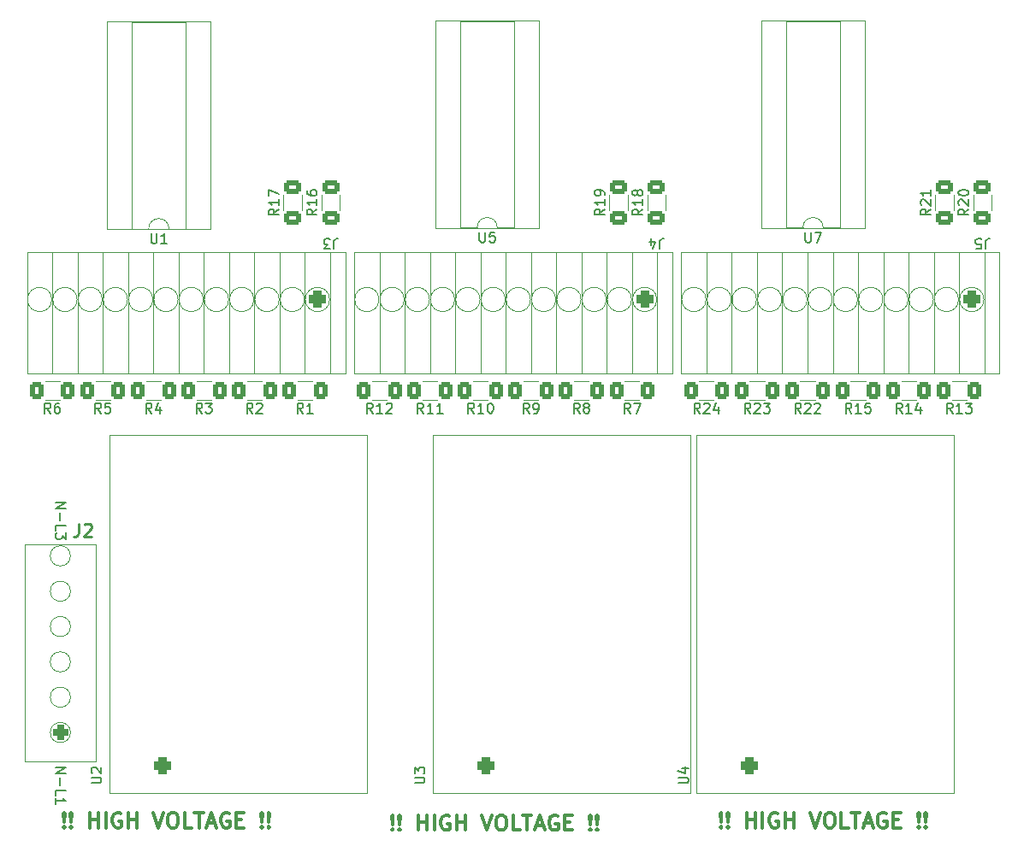
<source format=gto>
G04 #@! TF.GenerationSoftware,KiCad,Pcbnew,(6.0.8)*
G04 #@! TF.CreationDate,2022-10-16T23:30:33+02:00*
G04 #@! TF.ProjectId,RPiWattMeterHatv3,52506957-6174-4744-9d65-746572486174,rev?*
G04 #@! TF.SameCoordinates,Original*
G04 #@! TF.FileFunction,Legend,Top*
G04 #@! TF.FilePolarity,Positive*
%FSLAX45Y45*%
G04 Gerber Fmt 4.5, Leading zero omitted, Abs format (unit mm)*
G04 Created by KiCad (PCBNEW (6.0.8)) date 2022-10-16 23:30:33*
%MOMM*%
%LPD*%
G01*
G04 APERTURE LIST*
G04 Aperture macros list*
%AMRoundRect*
0 Rectangle with rounded corners*
0 $1 Rounding radius*
0 $2 $3 $4 $5 $6 $7 $8 $9 X,Y pos of 4 corners*
0 Add a 4 corners polygon primitive as box body*
4,1,4,$2,$3,$4,$5,$6,$7,$8,$9,$2,$3,0*
0 Add four circle primitives for the rounded corners*
1,1,$1+$1,$2,$3*
1,1,$1+$1,$4,$5*
1,1,$1+$1,$6,$7*
1,1,$1+$1,$8,$9*
0 Add four rect primitives between the rounded corners*
20,1,$1+$1,$2,$3,$4,$5,0*
20,1,$1+$1,$4,$5,$6,$7,0*
20,1,$1+$1,$6,$7,$8,$9,0*
20,1,$1+$1,$8,$9,$2,$3,0*%
G04 Aperture macros list end*
%ADD10C,0.150000*%
%ADD11C,0.300000*%
%ADD12C,0.254000*%
%ADD13C,0.120000*%
%ADD14C,0.100000*%
%ADD15R,1.600000X1.600000*%
%ADD16O,1.600000X1.600000*%
%ADD17C,1.750000*%
%ADD18RoundRect,0.437500X0.437500X-0.437500X0.437500X0.437500X-0.437500X0.437500X-0.437500X-0.437500X0*%
%ADD19RoundRect,0.250000X0.625000X-0.400000X0.625000X0.400000X-0.625000X0.400000X-0.625000X-0.400000X0*%
%ADD20RoundRect,0.250000X0.400000X0.625000X-0.400000X0.625000X-0.400000X-0.625000X0.400000X-0.625000X0*%
%ADD21RoundRect,0.437500X0.437500X0.437500X-0.437500X0.437500X-0.437500X-0.437500X0.437500X-0.437500X0*%
%ADD22C,2.000000*%
%ADD23C,2.700000*%
%ADD24C,1.500000*%
%ADD25RoundRect,0.375000X0.375000X-0.375000X0.375000X0.375000X-0.375000X0.375000X-0.375000X-0.375000X0*%
%ADD26O,1.700000X1.700000*%
%ADD27R,1.700000X1.700000*%
G04 APERTURE END LIST*
D10*
X6941762Y-12673428D02*
X7041762Y-12673428D01*
X6941762Y-12730571D01*
X7041762Y-12730571D01*
X6979857Y-12778190D02*
X6979857Y-12854381D01*
X6941762Y-12949619D02*
X6941762Y-12902000D01*
X7041762Y-12902000D01*
X6941762Y-13035333D02*
X6941762Y-12978190D01*
X6941762Y-13006762D02*
X7041762Y-13006762D01*
X7027476Y-12997238D01*
X7017952Y-12987714D01*
X7013190Y-12978190D01*
X6941762Y-10048429D02*
X7041762Y-10048429D01*
X6941762Y-10105571D01*
X7041762Y-10105571D01*
X6979857Y-10153190D02*
X6979857Y-10229381D01*
X6941762Y-10324619D02*
X6941762Y-10277000D01*
X7041762Y-10277000D01*
X7041762Y-10348429D02*
X7041762Y-10410333D01*
X7003667Y-10377000D01*
X7003667Y-10391286D01*
X6998905Y-10400810D01*
X6994143Y-10405571D01*
X6984619Y-10410333D01*
X6960809Y-10410333D01*
X6951286Y-10405571D01*
X6946524Y-10400810D01*
X6941762Y-10391286D01*
X6941762Y-10362714D01*
X6946524Y-10353190D01*
X6951286Y-10348429D01*
D11*
X13522714Y-13255571D02*
X13529857Y-13262714D01*
X13522714Y-13269857D01*
X13515571Y-13262714D01*
X13522714Y-13255571D01*
X13522714Y-13269857D01*
X13522714Y-13212714D02*
X13515571Y-13127000D01*
X13522714Y-13119857D01*
X13529857Y-13127000D01*
X13522714Y-13212714D01*
X13522714Y-13119857D01*
X13594143Y-13255571D02*
X13601286Y-13262714D01*
X13594143Y-13269857D01*
X13587000Y-13262714D01*
X13594143Y-13255571D01*
X13594143Y-13269857D01*
X13594143Y-13212714D02*
X13587000Y-13127000D01*
X13594143Y-13119857D01*
X13601286Y-13127000D01*
X13594143Y-13212714D01*
X13594143Y-13119857D01*
X13779857Y-13269857D02*
X13779857Y-13119857D01*
X13779857Y-13191286D02*
X13865571Y-13191286D01*
X13865571Y-13269857D02*
X13865571Y-13119857D01*
X13937000Y-13269857D02*
X13937000Y-13119857D01*
X14087000Y-13127000D02*
X14072714Y-13119857D01*
X14051286Y-13119857D01*
X14029857Y-13127000D01*
X14015571Y-13141286D01*
X14008428Y-13155571D01*
X14001286Y-13184143D01*
X14001286Y-13205571D01*
X14008428Y-13234143D01*
X14015571Y-13248428D01*
X14029857Y-13262714D01*
X14051286Y-13269857D01*
X14065571Y-13269857D01*
X14087000Y-13262714D01*
X14094143Y-13255571D01*
X14094143Y-13205571D01*
X14065571Y-13205571D01*
X14158428Y-13269857D02*
X14158428Y-13119857D01*
X14158428Y-13191286D02*
X14244143Y-13191286D01*
X14244143Y-13269857D02*
X14244143Y-13119857D01*
X14408428Y-13119857D02*
X14458428Y-13269857D01*
X14508428Y-13119857D01*
X14587000Y-13119857D02*
X14615571Y-13119857D01*
X14629857Y-13127000D01*
X14644143Y-13141286D01*
X14651286Y-13169857D01*
X14651286Y-13219857D01*
X14644143Y-13248428D01*
X14629857Y-13262714D01*
X14615571Y-13269857D01*
X14587000Y-13269857D01*
X14572714Y-13262714D01*
X14558428Y-13248428D01*
X14551286Y-13219857D01*
X14551286Y-13169857D01*
X14558428Y-13141286D01*
X14572714Y-13127000D01*
X14587000Y-13119857D01*
X14787000Y-13269857D02*
X14715571Y-13269857D01*
X14715571Y-13119857D01*
X14815571Y-13119857D02*
X14901286Y-13119857D01*
X14858428Y-13269857D02*
X14858428Y-13119857D01*
X14944143Y-13227000D02*
X15015571Y-13227000D01*
X14929857Y-13269857D02*
X14979857Y-13119857D01*
X15029857Y-13269857D01*
X15158428Y-13127000D02*
X15144143Y-13119857D01*
X15122714Y-13119857D01*
X15101286Y-13127000D01*
X15087000Y-13141286D01*
X15079857Y-13155571D01*
X15072714Y-13184143D01*
X15072714Y-13205571D01*
X15079857Y-13234143D01*
X15087000Y-13248428D01*
X15101286Y-13262714D01*
X15122714Y-13269857D01*
X15137000Y-13269857D01*
X15158428Y-13262714D01*
X15165571Y-13255571D01*
X15165571Y-13205571D01*
X15137000Y-13205571D01*
X15229857Y-13191286D02*
X15279857Y-13191286D01*
X15301286Y-13269857D02*
X15229857Y-13269857D01*
X15229857Y-13119857D01*
X15301286Y-13119857D01*
X15479857Y-13255571D02*
X15487000Y-13262714D01*
X15479857Y-13269857D01*
X15472714Y-13262714D01*
X15479857Y-13255571D01*
X15479857Y-13269857D01*
X15479857Y-13212714D02*
X15472714Y-13127000D01*
X15479857Y-13119857D01*
X15487000Y-13127000D01*
X15479857Y-13212714D01*
X15479857Y-13119857D01*
X15551286Y-13255571D02*
X15558428Y-13262714D01*
X15551286Y-13269857D01*
X15544143Y-13262714D01*
X15551286Y-13255571D01*
X15551286Y-13269857D01*
X15551286Y-13212714D02*
X15544143Y-13127000D01*
X15551286Y-13119857D01*
X15558428Y-13127000D01*
X15551286Y-13212714D01*
X15551286Y-13119857D01*
X10272714Y-13280571D02*
X10279857Y-13287714D01*
X10272714Y-13294857D01*
X10265571Y-13287714D01*
X10272714Y-13280571D01*
X10272714Y-13294857D01*
X10272714Y-13237714D02*
X10265571Y-13152000D01*
X10272714Y-13144857D01*
X10279857Y-13152000D01*
X10272714Y-13237714D01*
X10272714Y-13144857D01*
X10344143Y-13280571D02*
X10351286Y-13287714D01*
X10344143Y-13294857D01*
X10337000Y-13287714D01*
X10344143Y-13280571D01*
X10344143Y-13294857D01*
X10344143Y-13237714D02*
X10337000Y-13152000D01*
X10344143Y-13144857D01*
X10351286Y-13152000D01*
X10344143Y-13237714D01*
X10344143Y-13144857D01*
X10529857Y-13294857D02*
X10529857Y-13144857D01*
X10529857Y-13216286D02*
X10615571Y-13216286D01*
X10615571Y-13294857D02*
X10615571Y-13144857D01*
X10687000Y-13294857D02*
X10687000Y-13144857D01*
X10837000Y-13152000D02*
X10822714Y-13144857D01*
X10801286Y-13144857D01*
X10779857Y-13152000D01*
X10765571Y-13166286D01*
X10758429Y-13180571D01*
X10751286Y-13209143D01*
X10751286Y-13230571D01*
X10758429Y-13259143D01*
X10765571Y-13273428D01*
X10779857Y-13287714D01*
X10801286Y-13294857D01*
X10815571Y-13294857D01*
X10837000Y-13287714D01*
X10844143Y-13280571D01*
X10844143Y-13230571D01*
X10815571Y-13230571D01*
X10908429Y-13294857D02*
X10908429Y-13144857D01*
X10908429Y-13216286D02*
X10994143Y-13216286D01*
X10994143Y-13294857D02*
X10994143Y-13144857D01*
X11158429Y-13144857D02*
X11208428Y-13294857D01*
X11258428Y-13144857D01*
X11337000Y-13144857D02*
X11365571Y-13144857D01*
X11379857Y-13152000D01*
X11394143Y-13166286D01*
X11401286Y-13194857D01*
X11401286Y-13244857D01*
X11394143Y-13273428D01*
X11379857Y-13287714D01*
X11365571Y-13294857D01*
X11337000Y-13294857D01*
X11322714Y-13287714D01*
X11308428Y-13273428D01*
X11301286Y-13244857D01*
X11301286Y-13194857D01*
X11308428Y-13166286D01*
X11322714Y-13152000D01*
X11337000Y-13144857D01*
X11537000Y-13294857D02*
X11465571Y-13294857D01*
X11465571Y-13144857D01*
X11565571Y-13144857D02*
X11651286Y-13144857D01*
X11608428Y-13294857D02*
X11608428Y-13144857D01*
X11694143Y-13252000D02*
X11765571Y-13252000D01*
X11679857Y-13294857D02*
X11729857Y-13144857D01*
X11779857Y-13294857D01*
X11908428Y-13152000D02*
X11894143Y-13144857D01*
X11872714Y-13144857D01*
X11851286Y-13152000D01*
X11837000Y-13166286D01*
X11829857Y-13180571D01*
X11822714Y-13209143D01*
X11822714Y-13230571D01*
X11829857Y-13259143D01*
X11837000Y-13273428D01*
X11851286Y-13287714D01*
X11872714Y-13294857D01*
X11887000Y-13294857D01*
X11908428Y-13287714D01*
X11915571Y-13280571D01*
X11915571Y-13230571D01*
X11887000Y-13230571D01*
X11979857Y-13216286D02*
X12029857Y-13216286D01*
X12051286Y-13294857D02*
X11979857Y-13294857D01*
X11979857Y-13144857D01*
X12051286Y-13144857D01*
X12229857Y-13280571D02*
X12237000Y-13287714D01*
X12229857Y-13294857D01*
X12222714Y-13287714D01*
X12229857Y-13280571D01*
X12229857Y-13294857D01*
X12229857Y-13237714D02*
X12222714Y-13152000D01*
X12229857Y-13144857D01*
X12237000Y-13152000D01*
X12229857Y-13237714D01*
X12229857Y-13144857D01*
X12301286Y-13280571D02*
X12308428Y-13287714D01*
X12301286Y-13294857D01*
X12294143Y-13287714D01*
X12301286Y-13280571D01*
X12301286Y-13294857D01*
X12301286Y-13237714D02*
X12294143Y-13152000D01*
X12301286Y-13144857D01*
X12308428Y-13152000D01*
X12301286Y-13237714D01*
X12301286Y-13144857D01*
X7022714Y-13255571D02*
X7029857Y-13262714D01*
X7022714Y-13269857D01*
X7015571Y-13262714D01*
X7022714Y-13255571D01*
X7022714Y-13269857D01*
X7022714Y-13212714D02*
X7015571Y-13127000D01*
X7022714Y-13119857D01*
X7029857Y-13127000D01*
X7022714Y-13212714D01*
X7022714Y-13119857D01*
X7094143Y-13255571D02*
X7101286Y-13262714D01*
X7094143Y-13269857D01*
X7087000Y-13262714D01*
X7094143Y-13255571D01*
X7094143Y-13269857D01*
X7094143Y-13212714D02*
X7087000Y-13127000D01*
X7094143Y-13119857D01*
X7101286Y-13127000D01*
X7094143Y-13212714D01*
X7094143Y-13119857D01*
X7279857Y-13269857D02*
X7279857Y-13119857D01*
X7279857Y-13191286D02*
X7365571Y-13191286D01*
X7365571Y-13269857D02*
X7365571Y-13119857D01*
X7437000Y-13269857D02*
X7437000Y-13119857D01*
X7587000Y-13127000D02*
X7572714Y-13119857D01*
X7551286Y-13119857D01*
X7529857Y-13127000D01*
X7515571Y-13141286D01*
X7508428Y-13155571D01*
X7501286Y-13184143D01*
X7501286Y-13205571D01*
X7508428Y-13234143D01*
X7515571Y-13248428D01*
X7529857Y-13262714D01*
X7551286Y-13269857D01*
X7565571Y-13269857D01*
X7587000Y-13262714D01*
X7594143Y-13255571D01*
X7594143Y-13205571D01*
X7565571Y-13205571D01*
X7658428Y-13269857D02*
X7658428Y-13119857D01*
X7658428Y-13191286D02*
X7744143Y-13191286D01*
X7744143Y-13269857D02*
X7744143Y-13119857D01*
X7908428Y-13119857D02*
X7958428Y-13269857D01*
X8008428Y-13119857D01*
X8087000Y-13119857D02*
X8115571Y-13119857D01*
X8129857Y-13127000D01*
X8144143Y-13141286D01*
X8151286Y-13169857D01*
X8151286Y-13219857D01*
X8144143Y-13248428D01*
X8129857Y-13262714D01*
X8115571Y-13269857D01*
X8087000Y-13269857D01*
X8072714Y-13262714D01*
X8058428Y-13248428D01*
X8051286Y-13219857D01*
X8051286Y-13169857D01*
X8058428Y-13141286D01*
X8072714Y-13127000D01*
X8087000Y-13119857D01*
X8287000Y-13269857D02*
X8215571Y-13269857D01*
X8215571Y-13119857D01*
X8315571Y-13119857D02*
X8401286Y-13119857D01*
X8358428Y-13269857D02*
X8358428Y-13119857D01*
X8444143Y-13227000D02*
X8515571Y-13227000D01*
X8429857Y-13269857D02*
X8479857Y-13119857D01*
X8529857Y-13269857D01*
X8658429Y-13127000D02*
X8644143Y-13119857D01*
X8622714Y-13119857D01*
X8601286Y-13127000D01*
X8587000Y-13141286D01*
X8579857Y-13155571D01*
X8572714Y-13184143D01*
X8572714Y-13205571D01*
X8579857Y-13234143D01*
X8587000Y-13248428D01*
X8601286Y-13262714D01*
X8622714Y-13269857D01*
X8637000Y-13269857D01*
X8658429Y-13262714D01*
X8665571Y-13255571D01*
X8665571Y-13205571D01*
X8637000Y-13205571D01*
X8729857Y-13191286D02*
X8779857Y-13191286D01*
X8801286Y-13269857D02*
X8729857Y-13269857D01*
X8729857Y-13119857D01*
X8801286Y-13119857D01*
X8979857Y-13255571D02*
X8987000Y-13262714D01*
X8979857Y-13269857D01*
X8972714Y-13262714D01*
X8979857Y-13255571D01*
X8979857Y-13269857D01*
X8979857Y-13212714D02*
X8972714Y-13127000D01*
X8979857Y-13119857D01*
X8987000Y-13127000D01*
X8979857Y-13212714D01*
X8979857Y-13119857D01*
X9051286Y-13255571D02*
X9058429Y-13262714D01*
X9051286Y-13269857D01*
X9044143Y-13262714D01*
X9051286Y-13255571D01*
X9051286Y-13269857D01*
X9051286Y-13212714D02*
X9044143Y-13127000D01*
X9051286Y-13119857D01*
X9058429Y-13127000D01*
X9051286Y-13212714D01*
X9051286Y-13119857D01*
D10*
X11134810Y-7370238D02*
X11134810Y-7451190D01*
X11139571Y-7460714D01*
X11144333Y-7465476D01*
X11153857Y-7470238D01*
X11172905Y-7470238D01*
X11182429Y-7465476D01*
X11187190Y-7460714D01*
X11191952Y-7451190D01*
X11191952Y-7370238D01*
X11287190Y-7370238D02*
X11239571Y-7370238D01*
X11234809Y-7417857D01*
X11239571Y-7413095D01*
X11249095Y-7408333D01*
X11272905Y-7408333D01*
X11282428Y-7413095D01*
X11287190Y-7417857D01*
X11291952Y-7427381D01*
X11291952Y-7451190D01*
X11287190Y-7460714D01*
X11282428Y-7465476D01*
X11272905Y-7470238D01*
X11249095Y-7470238D01*
X11239571Y-7465476D01*
X11234809Y-7460714D01*
X10492238Y-12828190D02*
X10573190Y-12828190D01*
X10582714Y-12823428D01*
X10587476Y-12818667D01*
X10592238Y-12809143D01*
X10592238Y-12790095D01*
X10587476Y-12780571D01*
X10582714Y-12775809D01*
X10573190Y-12771048D01*
X10492238Y-12771048D01*
X10492238Y-12732952D02*
X10492238Y-12671048D01*
X10530333Y-12704381D01*
X10530333Y-12690095D01*
X10535095Y-12680571D01*
X10539857Y-12675809D01*
X10549381Y-12671048D01*
X10573190Y-12671048D01*
X10582714Y-12675809D01*
X10587476Y-12680571D01*
X10592238Y-12690095D01*
X10592238Y-12718667D01*
X10587476Y-12728190D01*
X10582714Y-12732952D01*
X12375238Y-7141286D02*
X12327619Y-7174619D01*
X12375238Y-7198428D02*
X12275238Y-7198428D01*
X12275238Y-7160333D01*
X12280000Y-7150809D01*
X12284762Y-7146048D01*
X12294286Y-7141286D01*
X12308571Y-7141286D01*
X12318095Y-7146048D01*
X12322857Y-7150809D01*
X12327619Y-7160333D01*
X12327619Y-7198428D01*
X12375238Y-7046048D02*
X12375238Y-7103190D01*
X12375238Y-7074619D02*
X12275238Y-7074619D01*
X12289524Y-7084143D01*
X12299048Y-7093667D01*
X12303809Y-7103190D01*
X12375238Y-6998428D02*
X12375238Y-6979381D01*
X12370476Y-6969857D01*
X12365714Y-6965095D01*
X12351428Y-6955571D01*
X12332381Y-6950809D01*
X12294286Y-6950809D01*
X12284762Y-6955571D01*
X12280000Y-6960333D01*
X12275238Y-6969857D01*
X12275238Y-6988905D01*
X12280000Y-6998428D01*
X12284762Y-7003190D01*
X12294286Y-7007952D01*
X12318095Y-7007952D01*
X12327619Y-7003190D01*
X12332381Y-6998428D01*
X12337143Y-6988905D01*
X12337143Y-6969857D01*
X12332381Y-6960333D01*
X12327619Y-6955571D01*
X12318095Y-6950809D01*
X12750238Y-7141286D02*
X12702619Y-7174619D01*
X12750238Y-7198428D02*
X12650238Y-7198428D01*
X12650238Y-7160333D01*
X12655000Y-7150809D01*
X12659762Y-7146048D01*
X12669286Y-7141286D01*
X12683571Y-7141286D01*
X12693095Y-7146048D01*
X12697857Y-7150809D01*
X12702619Y-7160333D01*
X12702619Y-7198428D01*
X12750238Y-7046048D02*
X12750238Y-7103190D01*
X12750238Y-7074619D02*
X12650238Y-7074619D01*
X12664524Y-7084143D01*
X12674048Y-7093667D01*
X12678809Y-7103190D01*
X12693095Y-6988905D02*
X12688333Y-6998428D01*
X12683571Y-7003190D01*
X12674048Y-7007952D01*
X12669286Y-7007952D01*
X12659762Y-7003190D01*
X12655000Y-6998428D01*
X12650238Y-6988905D01*
X12650238Y-6969857D01*
X12655000Y-6960333D01*
X12659762Y-6955571D01*
X12669286Y-6950809D01*
X12674048Y-6950809D01*
X12683571Y-6955571D01*
X12688333Y-6960333D01*
X12693095Y-6969857D01*
X12693095Y-6988905D01*
X12697857Y-6998428D01*
X12702619Y-7003190D01*
X12712143Y-7007952D01*
X12731190Y-7007952D01*
X12740714Y-7003190D01*
X12745476Y-6998428D01*
X12750238Y-6988905D01*
X12750238Y-6969857D01*
X12745476Y-6960333D01*
X12740714Y-6955571D01*
X12731190Y-6950809D01*
X12712143Y-6950809D01*
X12702619Y-6955571D01*
X12697857Y-6960333D01*
X12693095Y-6969857D01*
X10080714Y-9164238D02*
X10047381Y-9116619D01*
X10023571Y-9164238D02*
X10023571Y-9064238D01*
X10061667Y-9064238D01*
X10071190Y-9069000D01*
X10075952Y-9073762D01*
X10080714Y-9083286D01*
X10080714Y-9097571D01*
X10075952Y-9107095D01*
X10071190Y-9111857D01*
X10061667Y-9116619D01*
X10023571Y-9116619D01*
X10175952Y-9164238D02*
X10118810Y-9164238D01*
X10147381Y-9164238D02*
X10147381Y-9064238D01*
X10137857Y-9078524D01*
X10128333Y-9088048D01*
X10118810Y-9092810D01*
X10214048Y-9073762D02*
X10218810Y-9069000D01*
X10228333Y-9064238D01*
X10252143Y-9064238D01*
X10261667Y-9069000D01*
X10266429Y-9073762D01*
X10271190Y-9083286D01*
X10271190Y-9092810D01*
X10266429Y-9107095D01*
X10209286Y-9164238D01*
X10271190Y-9164238D01*
X10580714Y-9164238D02*
X10547381Y-9116619D01*
X10523571Y-9164238D02*
X10523571Y-9064238D01*
X10561667Y-9064238D01*
X10571190Y-9069000D01*
X10575952Y-9073762D01*
X10580714Y-9083286D01*
X10580714Y-9097571D01*
X10575952Y-9107095D01*
X10571190Y-9111857D01*
X10561667Y-9116619D01*
X10523571Y-9116619D01*
X10675952Y-9164238D02*
X10618810Y-9164238D01*
X10647381Y-9164238D02*
X10647381Y-9064238D01*
X10637857Y-9078524D01*
X10628333Y-9088048D01*
X10618810Y-9092810D01*
X10771190Y-9164238D02*
X10714048Y-9164238D01*
X10742619Y-9164238D02*
X10742619Y-9064238D01*
X10733095Y-9078524D01*
X10723571Y-9088048D01*
X10714048Y-9092810D01*
X11080714Y-9164238D02*
X11047381Y-9116619D01*
X11023571Y-9164238D02*
X11023571Y-9064238D01*
X11061667Y-9064238D01*
X11071190Y-9069000D01*
X11075952Y-9073762D01*
X11080714Y-9083286D01*
X11080714Y-9097571D01*
X11075952Y-9107095D01*
X11071190Y-9111857D01*
X11061667Y-9116619D01*
X11023571Y-9116619D01*
X11175952Y-9164238D02*
X11118810Y-9164238D01*
X11147381Y-9164238D02*
X11147381Y-9064238D01*
X11137857Y-9078524D01*
X11128333Y-9088048D01*
X11118810Y-9092810D01*
X11237857Y-9064238D02*
X11247381Y-9064238D01*
X11256905Y-9069000D01*
X11261667Y-9073762D01*
X11266428Y-9083286D01*
X11271190Y-9102333D01*
X11271190Y-9126143D01*
X11266428Y-9145190D01*
X11261667Y-9154714D01*
X11256905Y-9159476D01*
X11247381Y-9164238D01*
X11237857Y-9164238D01*
X11228333Y-9159476D01*
X11223571Y-9154714D01*
X11218809Y-9145190D01*
X11214048Y-9126143D01*
X11214048Y-9102333D01*
X11218809Y-9083286D01*
X11223571Y-9073762D01*
X11228333Y-9069000D01*
X11237857Y-9064238D01*
X11628333Y-9164238D02*
X11595000Y-9116619D01*
X11571190Y-9164238D02*
X11571190Y-9064238D01*
X11609286Y-9064238D01*
X11618809Y-9069000D01*
X11623571Y-9073762D01*
X11628333Y-9083286D01*
X11628333Y-9097571D01*
X11623571Y-9107095D01*
X11618809Y-9111857D01*
X11609286Y-9116619D01*
X11571190Y-9116619D01*
X11675952Y-9164238D02*
X11695000Y-9164238D01*
X11704524Y-9159476D01*
X11709286Y-9154714D01*
X11718809Y-9140429D01*
X11723571Y-9121381D01*
X11723571Y-9083286D01*
X11718809Y-9073762D01*
X11714048Y-9069000D01*
X11704524Y-9064238D01*
X11685476Y-9064238D01*
X11675952Y-9069000D01*
X11671190Y-9073762D01*
X11666428Y-9083286D01*
X11666428Y-9107095D01*
X11671190Y-9116619D01*
X11675952Y-9121381D01*
X11685476Y-9126143D01*
X11704524Y-9126143D01*
X11714048Y-9121381D01*
X11718809Y-9116619D01*
X11723571Y-9107095D01*
X12128333Y-9164238D02*
X12095000Y-9116619D01*
X12071190Y-9164238D02*
X12071190Y-9064238D01*
X12109286Y-9064238D01*
X12118809Y-9069000D01*
X12123571Y-9073762D01*
X12128333Y-9083286D01*
X12128333Y-9097571D01*
X12123571Y-9107095D01*
X12118809Y-9111857D01*
X12109286Y-9116619D01*
X12071190Y-9116619D01*
X12185476Y-9107095D02*
X12175952Y-9102333D01*
X12171190Y-9097571D01*
X12166428Y-9088048D01*
X12166428Y-9083286D01*
X12171190Y-9073762D01*
X12175952Y-9069000D01*
X12185476Y-9064238D01*
X12204524Y-9064238D01*
X12214048Y-9069000D01*
X12218809Y-9073762D01*
X12223571Y-9083286D01*
X12223571Y-9088048D01*
X12218809Y-9097571D01*
X12214048Y-9102333D01*
X12204524Y-9107095D01*
X12185476Y-9107095D01*
X12175952Y-9111857D01*
X12171190Y-9116619D01*
X12166428Y-9126143D01*
X12166428Y-9145190D01*
X12171190Y-9154714D01*
X12175952Y-9159476D01*
X12185476Y-9164238D01*
X12204524Y-9164238D01*
X12214048Y-9159476D01*
X12218809Y-9154714D01*
X12223571Y-9145190D01*
X12223571Y-9126143D01*
X12218809Y-9116619D01*
X12214048Y-9111857D01*
X12204524Y-9107095D01*
X12628333Y-9164238D02*
X12595000Y-9116619D01*
X12571190Y-9164238D02*
X12571190Y-9064238D01*
X12609286Y-9064238D01*
X12618809Y-9069000D01*
X12623571Y-9073762D01*
X12628333Y-9083286D01*
X12628333Y-9097571D01*
X12623571Y-9107095D01*
X12618809Y-9111857D01*
X12609286Y-9116619D01*
X12571190Y-9116619D01*
X12661667Y-9064238D02*
X12728333Y-9064238D01*
X12685476Y-9164238D01*
X12920333Y-7531762D02*
X12920333Y-7460333D01*
X12925095Y-7446048D01*
X12934619Y-7436524D01*
X12948905Y-7431762D01*
X12958428Y-7431762D01*
X12829857Y-7498428D02*
X12829857Y-7431762D01*
X12853667Y-7536524D02*
X12877476Y-7465095D01*
X12815571Y-7465095D01*
X7884809Y-7380238D02*
X7884809Y-7461190D01*
X7889571Y-7470714D01*
X7894333Y-7475476D01*
X7903857Y-7480238D01*
X7922905Y-7480238D01*
X7932428Y-7475476D01*
X7937190Y-7470714D01*
X7941952Y-7461190D01*
X7941952Y-7380238D01*
X8041952Y-7480238D02*
X7984809Y-7480238D01*
X8013381Y-7480238D02*
X8013381Y-7380238D01*
X8003857Y-7394524D01*
X7994333Y-7404048D01*
X7984809Y-7408809D01*
X9390333Y-9164238D02*
X9357000Y-9116619D01*
X9333190Y-9164238D02*
X9333190Y-9064238D01*
X9371286Y-9064238D01*
X9380810Y-9069000D01*
X9385571Y-9073762D01*
X9390333Y-9083286D01*
X9390333Y-9097571D01*
X9385571Y-9107095D01*
X9380810Y-9111857D01*
X9371286Y-9116619D01*
X9333190Y-9116619D01*
X9485571Y-9164238D02*
X9428429Y-9164238D01*
X9457000Y-9164238D02*
X9457000Y-9064238D01*
X9447476Y-9078524D01*
X9437952Y-9088048D01*
X9428429Y-9092810D01*
X8390333Y-9164238D02*
X8357000Y-9116619D01*
X8333190Y-9164238D02*
X8333190Y-9064238D01*
X8371286Y-9064238D01*
X8380809Y-9069000D01*
X8385571Y-9073762D01*
X8390333Y-9083286D01*
X8390333Y-9097571D01*
X8385571Y-9107095D01*
X8380809Y-9111857D01*
X8371286Y-9116619D01*
X8333190Y-9116619D01*
X8423667Y-9064238D02*
X8485571Y-9064238D01*
X8452238Y-9102333D01*
X8466524Y-9102333D01*
X8476048Y-9107095D01*
X8480810Y-9111857D01*
X8485571Y-9121381D01*
X8485571Y-9145190D01*
X8480810Y-9154714D01*
X8476048Y-9159476D01*
X8466524Y-9164238D01*
X8437952Y-9164238D01*
X8428429Y-9159476D01*
X8423667Y-9154714D01*
X7292238Y-12828190D02*
X7373190Y-12828190D01*
X7382714Y-12823428D01*
X7387476Y-12818667D01*
X7392238Y-12809143D01*
X7392238Y-12790095D01*
X7387476Y-12780571D01*
X7382714Y-12775809D01*
X7373190Y-12771048D01*
X7292238Y-12771048D01*
X7301762Y-12728190D02*
X7297000Y-12723428D01*
X7292238Y-12713905D01*
X7292238Y-12690095D01*
X7297000Y-12680571D01*
X7301762Y-12675809D01*
X7311286Y-12671048D01*
X7320809Y-12671048D01*
X7335095Y-12675809D01*
X7392238Y-12732952D01*
X7392238Y-12671048D01*
X6890333Y-9164238D02*
X6857000Y-9116619D01*
X6833190Y-9164238D02*
X6833190Y-9064238D01*
X6871286Y-9064238D01*
X6880809Y-9069000D01*
X6885571Y-9073762D01*
X6890333Y-9083286D01*
X6890333Y-9097571D01*
X6885571Y-9107095D01*
X6880809Y-9111857D01*
X6871286Y-9116619D01*
X6833190Y-9116619D01*
X6976048Y-9064238D02*
X6957000Y-9064238D01*
X6947476Y-9069000D01*
X6942714Y-9073762D01*
X6933190Y-9088048D01*
X6928428Y-9107095D01*
X6928428Y-9145190D01*
X6933190Y-9154714D01*
X6937952Y-9159476D01*
X6947476Y-9164238D01*
X6966524Y-9164238D01*
X6976048Y-9159476D01*
X6980809Y-9154714D01*
X6985571Y-9145190D01*
X6985571Y-9121381D01*
X6980809Y-9111857D01*
X6976048Y-9107095D01*
X6966524Y-9102333D01*
X6947476Y-9102333D01*
X6937952Y-9107095D01*
X6933190Y-9111857D01*
X6928428Y-9121381D01*
X9150238Y-7141286D02*
X9102619Y-7174619D01*
X9150238Y-7198428D02*
X9050238Y-7198428D01*
X9050238Y-7160333D01*
X9055000Y-7150809D01*
X9059762Y-7146048D01*
X9069286Y-7141286D01*
X9083571Y-7141286D01*
X9093095Y-7146048D01*
X9097857Y-7150809D01*
X9102619Y-7160333D01*
X9102619Y-7198428D01*
X9150238Y-7046048D02*
X9150238Y-7103190D01*
X9150238Y-7074619D02*
X9050238Y-7074619D01*
X9064524Y-7084143D01*
X9074048Y-7093667D01*
X9078810Y-7103190D01*
X9050238Y-7012714D02*
X9050238Y-6946048D01*
X9150238Y-6988905D01*
X9525238Y-7141286D02*
X9477619Y-7174619D01*
X9525238Y-7198428D02*
X9425238Y-7198428D01*
X9425238Y-7160333D01*
X9430000Y-7150809D01*
X9434762Y-7146048D01*
X9444286Y-7141286D01*
X9458571Y-7141286D01*
X9468095Y-7146048D01*
X9472857Y-7150809D01*
X9477619Y-7160333D01*
X9477619Y-7198428D01*
X9525238Y-7046048D02*
X9525238Y-7103190D01*
X9525238Y-7074619D02*
X9425238Y-7074619D01*
X9439524Y-7084143D01*
X9449048Y-7093667D01*
X9453810Y-7103190D01*
X9425238Y-6960333D02*
X9425238Y-6979381D01*
X9430000Y-6988905D01*
X9434762Y-6993667D01*
X9449048Y-7003190D01*
X9468095Y-7007952D01*
X9506190Y-7007952D01*
X9515714Y-7003190D01*
X9520476Y-6998428D01*
X9525238Y-6988905D01*
X9525238Y-6969857D01*
X9520476Y-6960333D01*
X9515714Y-6955571D01*
X9506190Y-6950809D01*
X9482381Y-6950809D01*
X9472857Y-6955571D01*
X9468095Y-6960333D01*
X9463333Y-6969857D01*
X9463333Y-6988905D01*
X9468095Y-6998428D01*
X9472857Y-7003190D01*
X9482381Y-7007952D01*
X9695333Y-7531762D02*
X9695333Y-7460333D01*
X9700095Y-7446048D01*
X9709619Y-7436524D01*
X9723905Y-7431762D01*
X9733429Y-7431762D01*
X9657238Y-7531762D02*
X9595333Y-7531762D01*
X9628667Y-7493667D01*
X9614381Y-7493667D01*
X9604857Y-7488905D01*
X9600095Y-7484143D01*
X9595333Y-7474619D01*
X9595333Y-7450809D01*
X9600095Y-7441286D01*
X9604857Y-7436524D01*
X9614381Y-7431762D01*
X9642952Y-7431762D01*
X9652476Y-7436524D01*
X9657238Y-7441286D01*
X8890333Y-9164238D02*
X8857000Y-9116619D01*
X8833190Y-9164238D02*
X8833190Y-9064238D01*
X8871286Y-9064238D01*
X8880810Y-9069000D01*
X8885571Y-9073762D01*
X8890333Y-9083286D01*
X8890333Y-9097571D01*
X8885571Y-9107095D01*
X8880810Y-9111857D01*
X8871286Y-9116619D01*
X8833190Y-9116619D01*
X8928429Y-9073762D02*
X8933190Y-9069000D01*
X8942714Y-9064238D01*
X8966524Y-9064238D01*
X8976048Y-9069000D01*
X8980810Y-9073762D01*
X8985571Y-9083286D01*
X8985571Y-9092810D01*
X8980810Y-9107095D01*
X8923667Y-9164238D01*
X8985571Y-9164238D01*
X7390333Y-9164238D02*
X7357000Y-9116619D01*
X7333190Y-9164238D02*
X7333190Y-9064238D01*
X7371286Y-9064238D01*
X7380809Y-9069000D01*
X7385571Y-9073762D01*
X7390333Y-9083286D01*
X7390333Y-9097571D01*
X7385571Y-9107095D01*
X7380809Y-9111857D01*
X7371286Y-9116619D01*
X7333190Y-9116619D01*
X7480809Y-9064238D02*
X7433190Y-9064238D01*
X7428428Y-9111857D01*
X7433190Y-9107095D01*
X7442714Y-9102333D01*
X7466524Y-9102333D01*
X7476048Y-9107095D01*
X7480809Y-9111857D01*
X7485571Y-9121381D01*
X7485571Y-9145190D01*
X7480809Y-9154714D01*
X7476048Y-9159476D01*
X7466524Y-9164238D01*
X7442714Y-9164238D01*
X7433190Y-9159476D01*
X7428428Y-9154714D01*
X7890333Y-9164238D02*
X7857000Y-9116619D01*
X7833190Y-9164238D02*
X7833190Y-9064238D01*
X7871286Y-9064238D01*
X7880809Y-9069000D01*
X7885571Y-9073762D01*
X7890333Y-9083286D01*
X7890333Y-9097571D01*
X7885571Y-9107095D01*
X7880809Y-9111857D01*
X7871286Y-9116619D01*
X7833190Y-9116619D01*
X7976048Y-9097571D02*
X7976048Y-9164238D01*
X7952238Y-9059476D02*
X7928428Y-9130905D01*
X7990333Y-9130905D01*
X15817714Y-9164238D02*
X15784381Y-9116619D01*
X15760571Y-9164238D02*
X15760571Y-9064238D01*
X15798667Y-9064238D01*
X15808190Y-9069000D01*
X15812952Y-9073762D01*
X15817714Y-9083286D01*
X15817714Y-9097571D01*
X15812952Y-9107095D01*
X15808190Y-9111857D01*
X15798667Y-9116619D01*
X15760571Y-9116619D01*
X15912952Y-9164238D02*
X15855809Y-9164238D01*
X15884381Y-9164238D02*
X15884381Y-9064238D01*
X15874857Y-9078524D01*
X15865333Y-9088048D01*
X15855809Y-9092810D01*
X15946286Y-9064238D02*
X16008190Y-9064238D01*
X15974857Y-9102333D01*
X15989143Y-9102333D01*
X15998667Y-9107095D01*
X16003428Y-9111857D01*
X16008190Y-9121381D01*
X16008190Y-9145190D01*
X16003428Y-9154714D01*
X15998667Y-9159476D01*
X15989143Y-9164238D01*
X15960571Y-9164238D01*
X15951048Y-9159476D01*
X15946286Y-9154714D01*
X15317714Y-9164238D02*
X15284381Y-9116619D01*
X15260571Y-9164238D02*
X15260571Y-9064238D01*
X15298667Y-9064238D01*
X15308190Y-9069000D01*
X15312952Y-9073762D01*
X15317714Y-9083286D01*
X15317714Y-9097571D01*
X15312952Y-9107095D01*
X15308190Y-9111857D01*
X15298667Y-9116619D01*
X15260571Y-9116619D01*
X15412952Y-9164238D02*
X15355809Y-9164238D01*
X15384381Y-9164238D02*
X15384381Y-9064238D01*
X15374857Y-9078524D01*
X15365333Y-9088048D01*
X15355809Y-9092810D01*
X15498667Y-9097571D02*
X15498667Y-9164238D01*
X15474857Y-9059476D02*
X15451048Y-9130905D01*
X15512952Y-9130905D01*
X13317714Y-9164238D02*
X13284381Y-9116619D01*
X13260571Y-9164238D02*
X13260571Y-9064238D01*
X13298667Y-9064238D01*
X13308190Y-9069000D01*
X13312952Y-9073762D01*
X13317714Y-9083286D01*
X13317714Y-9097571D01*
X13312952Y-9107095D01*
X13308190Y-9111857D01*
X13298667Y-9116619D01*
X13260571Y-9116619D01*
X13355809Y-9073762D02*
X13360571Y-9069000D01*
X13370095Y-9064238D01*
X13393905Y-9064238D01*
X13403428Y-9069000D01*
X13408190Y-9073762D01*
X13412952Y-9083286D01*
X13412952Y-9092810D01*
X13408190Y-9107095D01*
X13351048Y-9164238D01*
X13412952Y-9164238D01*
X13498667Y-9097571D02*
X13498667Y-9164238D01*
X13474857Y-9059476D02*
X13451048Y-9130905D01*
X13512952Y-9130905D01*
X15975238Y-7141286D02*
X15927619Y-7174619D01*
X15975238Y-7198428D02*
X15875238Y-7198428D01*
X15875238Y-7160333D01*
X15880000Y-7150809D01*
X15884762Y-7146048D01*
X15894286Y-7141286D01*
X15908571Y-7141286D01*
X15918095Y-7146048D01*
X15922857Y-7150809D01*
X15927619Y-7160333D01*
X15927619Y-7198428D01*
X15884762Y-7103190D02*
X15880000Y-7098428D01*
X15875238Y-7088905D01*
X15875238Y-7065095D01*
X15880000Y-7055571D01*
X15884762Y-7050809D01*
X15894286Y-7046048D01*
X15903809Y-7046048D01*
X15918095Y-7050809D01*
X15975238Y-7107952D01*
X15975238Y-7046048D01*
X15875238Y-6984143D02*
X15875238Y-6974619D01*
X15880000Y-6965095D01*
X15884762Y-6960333D01*
X15894286Y-6955571D01*
X15913333Y-6950809D01*
X15937143Y-6950809D01*
X15956190Y-6955571D01*
X15965714Y-6960333D01*
X15970476Y-6965095D01*
X15975238Y-6974619D01*
X15975238Y-6984143D01*
X15970476Y-6993667D01*
X15965714Y-6998428D01*
X15956190Y-7003190D01*
X15937143Y-7007952D01*
X15913333Y-7007952D01*
X15894286Y-7003190D01*
X15884762Y-6998428D01*
X15880000Y-6993667D01*
X15875238Y-6984143D01*
D12*
X7169667Y-10257452D02*
X7169667Y-10348167D01*
X7163619Y-10366310D01*
X7151524Y-10378405D01*
X7133381Y-10384452D01*
X7121286Y-10384452D01*
X7224095Y-10269548D02*
X7230143Y-10263500D01*
X7242238Y-10257452D01*
X7272476Y-10257452D01*
X7284571Y-10263500D01*
X7290619Y-10269548D01*
X7296667Y-10281643D01*
X7296667Y-10293738D01*
X7290619Y-10311881D01*
X7218048Y-10384452D01*
X7296667Y-10384452D01*
D10*
X14817714Y-9164238D02*
X14784381Y-9116619D01*
X14760571Y-9164238D02*
X14760571Y-9064238D01*
X14798667Y-9064238D01*
X14808190Y-9069000D01*
X14812952Y-9073762D01*
X14817714Y-9083286D01*
X14817714Y-9097571D01*
X14812952Y-9107095D01*
X14808190Y-9111857D01*
X14798667Y-9116619D01*
X14760571Y-9116619D01*
X14912952Y-9164238D02*
X14855809Y-9164238D01*
X14884381Y-9164238D02*
X14884381Y-9064238D01*
X14874857Y-9078524D01*
X14865333Y-9088048D01*
X14855809Y-9092810D01*
X15003428Y-9064238D02*
X14955809Y-9064238D01*
X14951048Y-9111857D01*
X14955809Y-9107095D01*
X14965333Y-9102333D01*
X14989143Y-9102333D01*
X14998667Y-9107095D01*
X15003428Y-9111857D01*
X15008190Y-9121381D01*
X15008190Y-9145190D01*
X15003428Y-9154714D01*
X14998667Y-9159476D01*
X14989143Y-9164238D01*
X14965333Y-9164238D01*
X14955809Y-9159476D01*
X14951048Y-9154714D01*
X13102238Y-12828190D02*
X13183190Y-12828190D01*
X13192714Y-12823428D01*
X13197476Y-12818667D01*
X13202238Y-12809143D01*
X13202238Y-12790095D01*
X13197476Y-12780571D01*
X13192714Y-12775809D01*
X13183190Y-12771048D01*
X13102238Y-12771048D01*
X13135571Y-12680571D02*
X13202238Y-12680571D01*
X13097476Y-12704381D02*
X13168905Y-12728190D01*
X13168905Y-12666286D01*
X14359809Y-7370238D02*
X14359809Y-7451190D01*
X14364571Y-7460714D01*
X14369333Y-7465476D01*
X14378857Y-7470238D01*
X14397905Y-7470238D01*
X14407428Y-7465476D01*
X14412190Y-7460714D01*
X14416952Y-7451190D01*
X14416952Y-7370238D01*
X14455048Y-7370238D02*
X14521714Y-7370238D01*
X14478857Y-7470238D01*
X15600238Y-7141286D02*
X15552619Y-7174619D01*
X15600238Y-7198428D02*
X15500238Y-7198428D01*
X15500238Y-7160333D01*
X15505000Y-7150809D01*
X15509762Y-7146048D01*
X15519286Y-7141286D01*
X15533571Y-7141286D01*
X15543095Y-7146048D01*
X15547857Y-7150809D01*
X15552619Y-7160333D01*
X15552619Y-7198428D01*
X15509762Y-7103190D02*
X15505000Y-7098428D01*
X15500238Y-7088905D01*
X15500238Y-7065095D01*
X15505000Y-7055571D01*
X15509762Y-7050809D01*
X15519286Y-7046048D01*
X15528809Y-7046048D01*
X15543095Y-7050809D01*
X15600238Y-7107952D01*
X15600238Y-7046048D01*
X15600238Y-6950809D02*
X15600238Y-7007952D01*
X15600238Y-6979381D02*
X15500238Y-6979381D01*
X15514524Y-6988905D01*
X15524048Y-6998428D01*
X15528809Y-7007952D01*
X13817714Y-9164238D02*
X13784381Y-9116619D01*
X13760571Y-9164238D02*
X13760571Y-9064238D01*
X13798667Y-9064238D01*
X13808190Y-9069000D01*
X13812952Y-9073762D01*
X13817714Y-9083286D01*
X13817714Y-9097571D01*
X13812952Y-9107095D01*
X13808190Y-9111857D01*
X13798667Y-9116619D01*
X13760571Y-9116619D01*
X13855809Y-9073762D02*
X13860571Y-9069000D01*
X13870095Y-9064238D01*
X13893905Y-9064238D01*
X13903428Y-9069000D01*
X13908190Y-9073762D01*
X13912952Y-9083286D01*
X13912952Y-9092810D01*
X13908190Y-9107095D01*
X13851048Y-9164238D01*
X13912952Y-9164238D01*
X13946286Y-9064238D02*
X14008190Y-9064238D01*
X13974857Y-9102333D01*
X13989143Y-9102333D01*
X13998667Y-9107095D01*
X14003428Y-9111857D01*
X14008190Y-9121381D01*
X14008190Y-9145190D01*
X14003428Y-9154714D01*
X13998667Y-9159476D01*
X13989143Y-9164238D01*
X13960571Y-9164238D01*
X13951048Y-9159476D01*
X13946286Y-9154714D01*
X14317714Y-9164238D02*
X14284381Y-9116619D01*
X14260571Y-9164238D02*
X14260571Y-9064238D01*
X14298667Y-9064238D01*
X14308190Y-9069000D01*
X14312952Y-9073762D01*
X14317714Y-9083286D01*
X14317714Y-9097571D01*
X14312952Y-9107095D01*
X14308190Y-9111857D01*
X14298667Y-9116619D01*
X14260571Y-9116619D01*
X14355809Y-9073762D02*
X14360571Y-9069000D01*
X14370095Y-9064238D01*
X14393905Y-9064238D01*
X14403428Y-9069000D01*
X14408190Y-9073762D01*
X14412952Y-9083286D01*
X14412952Y-9092810D01*
X14408190Y-9107095D01*
X14351048Y-9164238D01*
X14412952Y-9164238D01*
X14451048Y-9073762D02*
X14455809Y-9069000D01*
X14465333Y-9064238D01*
X14489143Y-9064238D01*
X14498667Y-9069000D01*
X14503428Y-9073762D01*
X14508190Y-9083286D01*
X14508190Y-9092810D01*
X14503428Y-9107095D01*
X14446286Y-9164238D01*
X14508190Y-9164238D01*
X16145333Y-7531762D02*
X16145333Y-7460333D01*
X16150095Y-7446048D01*
X16159619Y-7436524D01*
X16173905Y-7431762D01*
X16183428Y-7431762D01*
X16050095Y-7531762D02*
X16097714Y-7531762D01*
X16102476Y-7484143D01*
X16097714Y-7488905D01*
X16088190Y-7493667D01*
X16064381Y-7493667D01*
X16054857Y-7488905D01*
X16050095Y-7484143D01*
X16045333Y-7474619D01*
X16045333Y-7450809D01*
X16050095Y-7441286D01*
X16054857Y-7436524D01*
X16064381Y-7431762D01*
X16088190Y-7431762D01*
X16097714Y-7436524D01*
X16102476Y-7441286D01*
D13*
X11476000Y-5281000D02*
X10946000Y-5281000D01*
X10697000Y-7331000D02*
X11725000Y-7331000D01*
X10946000Y-5281000D02*
X10946000Y-7325000D01*
X11311000Y-7325000D02*
X11476000Y-7325000D01*
X10946000Y-7325000D02*
X11111000Y-7325000D01*
X11476000Y-7325000D02*
X11476000Y-5281000D01*
X10697000Y-5275000D02*
X10697000Y-7331000D01*
X11725000Y-7331000D02*
X11725000Y-5275000D01*
X11725000Y-5275000D02*
X10697000Y-5275000D01*
X11311000Y-7325000D02*
G75*
G03*
X11111000Y-7325000I-100000J0D01*
G01*
X10672000Y-12927000D02*
X13222000Y-12927000D01*
X13222000Y-12927000D02*
X13222000Y-9377000D01*
X13222000Y-9377000D02*
X10672000Y-9377000D01*
X10672000Y-9377000D02*
X10672000Y-12927000D01*
X12603000Y-7149706D02*
X12603000Y-7004294D01*
X12421000Y-7149706D02*
X12421000Y-7004294D01*
X12978000Y-7149706D02*
X12978000Y-7004294D01*
X12796000Y-7149706D02*
X12796000Y-7004294D01*
X10217706Y-8846000D02*
X10072294Y-8846000D01*
X10217706Y-9028000D02*
X10072294Y-9028000D01*
X10717706Y-8846000D02*
X10572294Y-8846000D01*
X10717706Y-9028000D02*
X10572294Y-9028000D01*
X11217706Y-8846000D02*
X11072294Y-8846000D01*
X11217706Y-9028000D02*
X11072294Y-9028000D01*
X11717706Y-8846000D02*
X11572294Y-8846000D01*
X11717706Y-9028000D02*
X11572294Y-9028000D01*
X12217706Y-8846000D02*
X12072294Y-8846000D01*
X12217706Y-9028000D02*
X12072294Y-9028000D01*
X12717706Y-8846000D02*
X12572294Y-8846000D01*
X12717706Y-9028000D02*
X12572294Y-9028000D01*
X11645000Y-8767000D02*
X11395000Y-8767000D01*
X11395000Y-8767000D02*
X11395000Y-7567000D01*
X11395000Y-7567000D02*
X11645000Y-7567000D01*
X11645000Y-7567000D02*
X11645000Y-8767000D01*
X12145000Y-8767000D02*
X11895000Y-8767000D01*
X11895000Y-8767000D02*
X11895000Y-7567000D01*
X11895000Y-7567000D02*
X12145000Y-7567000D01*
X12145000Y-7567000D02*
X12145000Y-8767000D01*
X11145000Y-8767000D02*
X10895000Y-8767000D01*
X10895000Y-8767000D02*
X10895000Y-7567000D01*
X10895000Y-7567000D02*
X11145000Y-7567000D01*
X11145000Y-7567000D02*
X11145000Y-8767000D01*
X11895000Y-8767000D02*
X11645000Y-8767000D01*
X11645000Y-8767000D02*
X11645000Y-7567000D01*
X11645000Y-7567000D02*
X11895000Y-7567000D01*
X11895000Y-7567000D02*
X11895000Y-8767000D01*
X12895000Y-8767000D02*
X12645000Y-8767000D01*
X12645000Y-8767000D02*
X12645000Y-7567000D01*
X12645000Y-7567000D02*
X12895000Y-7567000D01*
X12895000Y-7567000D02*
X12895000Y-8767000D01*
X10145000Y-8767000D02*
X9895000Y-8767000D01*
X9895000Y-8767000D02*
X9895000Y-7567000D01*
X9895000Y-7567000D02*
X10145000Y-7567000D01*
X10145000Y-7567000D02*
X10145000Y-8767000D01*
X12395000Y-8767000D02*
X12145000Y-8767000D01*
X12145000Y-8767000D02*
X12145000Y-7567000D01*
X12145000Y-7567000D02*
X12395000Y-7567000D01*
X12395000Y-7567000D02*
X12395000Y-8767000D01*
X13045000Y-8767000D02*
X9895000Y-8767000D01*
X9895000Y-8767000D02*
X9895000Y-7567000D01*
X9895000Y-7567000D02*
X13045000Y-7567000D01*
X13045000Y-7567000D02*
X13045000Y-8767000D01*
X11395000Y-8767000D02*
X11145000Y-8767000D01*
X11145000Y-8767000D02*
X11145000Y-7567000D01*
X11145000Y-7567000D02*
X11395000Y-7567000D01*
X11395000Y-7567000D02*
X11395000Y-8767000D01*
X10645000Y-8767000D02*
X10395000Y-8767000D01*
X10395000Y-8767000D02*
X10395000Y-7567000D01*
X10395000Y-7567000D02*
X10645000Y-7567000D01*
X10645000Y-7567000D02*
X10645000Y-8767000D01*
X10395000Y-8767000D02*
X10145000Y-8767000D01*
X10145000Y-8767000D02*
X10145000Y-7567000D01*
X10145000Y-7567000D02*
X10395000Y-7567000D01*
X10395000Y-7567000D02*
X10395000Y-8767000D01*
X10895000Y-8767000D02*
X10645000Y-8767000D01*
X10645000Y-8767000D02*
X10645000Y-7567000D01*
X10645000Y-7567000D02*
X10895000Y-7567000D01*
X10895000Y-7567000D02*
X10895000Y-8767000D01*
X12645000Y-8767000D02*
X12395000Y-8767000D01*
X12395000Y-8767000D02*
X12395000Y-7567000D01*
X12395000Y-7567000D02*
X12645000Y-7567000D01*
X12645000Y-7567000D02*
X12645000Y-8767000D01*
D14*
X12390000Y-8036912D02*
G75*
G03*
X12390000Y-8036912I-120000J0D01*
G01*
X11890000Y-8036912D02*
G75*
G03*
X11890000Y-8036912I-120000J0D01*
G01*
X10640000Y-8036912D02*
G75*
G03*
X10640000Y-8036912I-120000J0D01*
G01*
X12140000Y-8036912D02*
G75*
G03*
X12140000Y-8036912I-120000J0D01*
G01*
X10890000Y-8036912D02*
G75*
G03*
X10890000Y-8036912I-120000J0D01*
G01*
X10140000Y-8036912D02*
G75*
G03*
X10140000Y-8036912I-120000J0D01*
G01*
X12890000Y-8036912D02*
G75*
G03*
X12890000Y-8036912I-120000J0D01*
G01*
X10390000Y-8036912D02*
G75*
G03*
X10390000Y-8036912I-120000J0D01*
G01*
X11390000Y-8036912D02*
G75*
G03*
X11390000Y-8036912I-120000J0D01*
G01*
X12640000Y-8036912D02*
G75*
G03*
X12640000Y-8036912I-120000J0D01*
G01*
X11640000Y-8036912D02*
G75*
G03*
X11640000Y-8036912I-120000J0D01*
G01*
X11140000Y-8036912D02*
G75*
G03*
X11140000Y-8036912I-120000J0D01*
G01*
D13*
X8226000Y-5291000D02*
X7696000Y-5291000D01*
X7447000Y-7341000D02*
X8475000Y-7341000D01*
X7696000Y-5291000D02*
X7696000Y-7335000D01*
X8061000Y-7335000D02*
X8226000Y-7335000D01*
X7696000Y-7335000D02*
X7861000Y-7335000D01*
X8226000Y-7335000D02*
X8226000Y-5291000D01*
X7447000Y-5285000D02*
X7447000Y-7341000D01*
X8475000Y-7341000D02*
X8475000Y-5285000D01*
X8475000Y-5285000D02*
X7447000Y-5285000D01*
X8061000Y-7335000D02*
G75*
G03*
X7861000Y-7335000I-100000J0D01*
G01*
X9479706Y-9028000D02*
X9334294Y-9028000D01*
X9479706Y-8846000D02*
X9334294Y-8846000D01*
X8479706Y-9028000D02*
X8334294Y-9028000D01*
X8479706Y-8846000D02*
X8334294Y-8846000D01*
X7472000Y-12927000D02*
X10022000Y-12927000D01*
X10022000Y-12927000D02*
X10022000Y-9377000D01*
X10022000Y-9377000D02*
X7472000Y-9377000D01*
X7472000Y-9377000D02*
X7472000Y-12927000D01*
X6979706Y-9028000D02*
X6834294Y-9028000D01*
X6979706Y-8846000D02*
X6834294Y-8846000D01*
X9196000Y-7149706D02*
X9196000Y-7004294D01*
X9378000Y-7149706D02*
X9378000Y-7004294D01*
X9571000Y-7149706D02*
X9571000Y-7004294D01*
X9753000Y-7149706D02*
X9753000Y-7004294D01*
D14*
X7902000Y-8037000D02*
G75*
G03*
X7902000Y-8037000I-120000J0D01*
G01*
X8402000Y-8037000D02*
G75*
G03*
X8402000Y-8037000I-120000J0D01*
G01*
X9402000Y-8037000D02*
G75*
G03*
X9402000Y-8037000I-120000J0D01*
G01*
X8152000Y-8037000D02*
G75*
G03*
X8152000Y-8037000I-120000J0D01*
G01*
X7152000Y-8037000D02*
G75*
G03*
X7152000Y-8037000I-120000J0D01*
G01*
X9652000Y-8037000D02*
G75*
G03*
X9652000Y-8037000I-120000J0D01*
G01*
X6902000Y-8037000D02*
G75*
G03*
X6902000Y-8037000I-120000J0D01*
G01*
X7652000Y-8037000D02*
G75*
G03*
X7652000Y-8037000I-120000J0D01*
G01*
X8902000Y-8037000D02*
G75*
G03*
X8902000Y-8037000I-120000J0D01*
G01*
X7402000Y-8037000D02*
G75*
G03*
X7402000Y-8037000I-120000J0D01*
G01*
X8652000Y-8037000D02*
G75*
G03*
X8652000Y-8037000I-120000J0D01*
G01*
X9152000Y-8037000D02*
G75*
G03*
X9152000Y-8037000I-120000J0D01*
G01*
D13*
X9407000Y-8767088D02*
X9157000Y-8767088D01*
X9157000Y-8767088D02*
X9157000Y-7567088D01*
X9157000Y-7567088D02*
X9407000Y-7567088D01*
X9407000Y-7567088D02*
X9407000Y-8767088D01*
X7657000Y-8767088D02*
X7407000Y-8767088D01*
X7407000Y-8767088D02*
X7407000Y-7567088D01*
X7407000Y-7567088D02*
X7657000Y-7567088D01*
X7657000Y-7567088D02*
X7657000Y-8767088D01*
X7157000Y-8767088D02*
X6907000Y-8767088D01*
X6907000Y-8767088D02*
X6907000Y-7567088D01*
X6907000Y-7567088D02*
X7157000Y-7567088D01*
X7157000Y-7567088D02*
X7157000Y-8767088D01*
X7407000Y-8767088D02*
X7157000Y-8767088D01*
X7157000Y-8767088D02*
X7157000Y-7567088D01*
X7157000Y-7567088D02*
X7407000Y-7567088D01*
X7407000Y-7567088D02*
X7407000Y-8767088D01*
X8157000Y-8767088D02*
X7907000Y-8767088D01*
X7907000Y-8767088D02*
X7907000Y-7567088D01*
X7907000Y-7567088D02*
X8157000Y-7567088D01*
X8157000Y-7567088D02*
X8157000Y-8767088D01*
X9807000Y-8767088D02*
X6657000Y-8767088D01*
X6657000Y-8767088D02*
X6657000Y-7567088D01*
X6657000Y-7567088D02*
X9807000Y-7567088D01*
X9807000Y-7567088D02*
X9807000Y-8767088D01*
X9157000Y-8767088D02*
X8907000Y-8767088D01*
X8907000Y-8767088D02*
X8907000Y-7567088D01*
X8907000Y-7567088D02*
X9157000Y-7567088D01*
X9157000Y-7567088D02*
X9157000Y-8767088D01*
X6907000Y-8767088D02*
X6657000Y-8767088D01*
X6657000Y-8767088D02*
X6657000Y-7567088D01*
X6657000Y-7567088D02*
X6907000Y-7567088D01*
X6907000Y-7567088D02*
X6907000Y-8767088D01*
X9657000Y-8767088D02*
X9407000Y-8767088D01*
X9407000Y-8767088D02*
X9407000Y-7567088D01*
X9407000Y-7567088D02*
X9657000Y-7567088D01*
X9657000Y-7567088D02*
X9657000Y-8767088D01*
X8657000Y-8767088D02*
X8407000Y-8767088D01*
X8407000Y-8767088D02*
X8407000Y-7567088D01*
X8407000Y-7567088D02*
X8657000Y-7567088D01*
X8657000Y-7567088D02*
X8657000Y-8767088D01*
X7907000Y-8767088D02*
X7657000Y-8767088D01*
X7657000Y-8767088D02*
X7657000Y-7567088D01*
X7657000Y-7567088D02*
X7907000Y-7567088D01*
X7907000Y-7567088D02*
X7907000Y-8767088D01*
X8907000Y-8767088D02*
X8657000Y-8767088D01*
X8657000Y-8767088D02*
X8657000Y-7567088D01*
X8657000Y-7567088D02*
X8907000Y-7567088D01*
X8907000Y-7567088D02*
X8907000Y-8767088D01*
X8407000Y-8767088D02*
X8157000Y-8767088D01*
X8157000Y-8767088D02*
X8157000Y-7567088D01*
X8157000Y-7567088D02*
X8407000Y-7567088D01*
X8407000Y-7567088D02*
X8407000Y-8767088D01*
X8979706Y-9028000D02*
X8834294Y-9028000D01*
X8979706Y-8846000D02*
X8834294Y-8846000D01*
X7479706Y-9028000D02*
X7334294Y-9028000D01*
X7479706Y-8846000D02*
X7334294Y-8846000D01*
X7979706Y-9028000D02*
X7834294Y-9028000D01*
X7979706Y-8846000D02*
X7834294Y-8846000D01*
X15954706Y-9028000D02*
X15809294Y-9028000D01*
X15954706Y-8846000D02*
X15809294Y-8846000D01*
X15454706Y-9028000D02*
X15309294Y-9028000D01*
X15454706Y-8846000D02*
X15309294Y-8846000D01*
X13454706Y-9028000D02*
X13309294Y-9028000D01*
X13454706Y-8846000D02*
X13309294Y-8846000D01*
X16203000Y-7149706D02*
X16203000Y-7004294D01*
X16021000Y-7149706D02*
X16021000Y-7004294D01*
X7087000Y-10927000D02*
G75*
G03*
X7087000Y-10927000I-100000J0D01*
G01*
X7087000Y-11277000D02*
G75*
G03*
X7087000Y-11277000I-100000J0D01*
G01*
X7087000Y-11627000D02*
G75*
G03*
X7087000Y-11627000I-100000J0D01*
G01*
X7087000Y-12327000D02*
G75*
G03*
X7087000Y-12327000I-100000J0D01*
G01*
X7087000Y-11977000D02*
G75*
G03*
X7087000Y-11977000I-100000J0D01*
G01*
X7087000Y-10577000D02*
G75*
G03*
X7087000Y-10577000I-100000J0D01*
G01*
X6637000Y-12612000D02*
X7337000Y-12612000D01*
X7337000Y-12612000D02*
X7337000Y-10462000D01*
X7337000Y-10462000D02*
X6637000Y-10462000D01*
X6637000Y-10462000D02*
X6637000Y-12612000D01*
X14954706Y-9028000D02*
X14809294Y-9028000D01*
X14954706Y-8846000D02*
X14809294Y-8846000D01*
X13282000Y-12927000D02*
X15832000Y-12927000D01*
X15832000Y-12927000D02*
X15832000Y-9377000D01*
X15832000Y-9377000D02*
X13282000Y-9377000D01*
X13282000Y-9377000D02*
X13282000Y-12927000D01*
X14536000Y-7325000D02*
G75*
G03*
X14336000Y-7325000I-100000J0D01*
G01*
X14950000Y-5275000D02*
X13922000Y-5275000D01*
X14950000Y-7331000D02*
X14950000Y-5275000D01*
X13922000Y-5275000D02*
X13922000Y-7331000D01*
X14701000Y-7325000D02*
X14701000Y-5281000D01*
X14171000Y-7325000D02*
X14336000Y-7325000D01*
X14536000Y-7325000D02*
X14701000Y-7325000D01*
X14171000Y-5281000D02*
X14171000Y-7325000D01*
X13922000Y-7331000D02*
X14950000Y-7331000D01*
X14701000Y-5281000D02*
X14171000Y-5281000D01*
X15646000Y-7149706D02*
X15646000Y-7004294D01*
X15828000Y-7149706D02*
X15828000Y-7004294D01*
X13954706Y-9028000D02*
X13809294Y-9028000D01*
X13954706Y-8846000D02*
X13809294Y-8846000D01*
X14454706Y-9028000D02*
X14309294Y-9028000D01*
X14454706Y-8846000D02*
X14309294Y-8846000D01*
D14*
X14377000Y-8036912D02*
G75*
G03*
X14377000Y-8036912I-120000J0D01*
G01*
X14877000Y-8036912D02*
G75*
G03*
X14877000Y-8036912I-120000J0D01*
G01*
X15877000Y-8036912D02*
G75*
G03*
X15877000Y-8036912I-120000J0D01*
G01*
X14627000Y-8036912D02*
G75*
G03*
X14627000Y-8036912I-120000J0D01*
G01*
X13627000Y-8036912D02*
G75*
G03*
X13627000Y-8036912I-120000J0D01*
G01*
X16127000Y-8036912D02*
G75*
G03*
X16127000Y-8036912I-120000J0D01*
G01*
X13377000Y-8036912D02*
G75*
G03*
X13377000Y-8036912I-120000J0D01*
G01*
X14127000Y-8036912D02*
G75*
G03*
X14127000Y-8036912I-120000J0D01*
G01*
X15377000Y-8036912D02*
G75*
G03*
X15377000Y-8036912I-120000J0D01*
G01*
X13877000Y-8036912D02*
G75*
G03*
X13877000Y-8036912I-120000J0D01*
G01*
X15127000Y-8036912D02*
G75*
G03*
X15127000Y-8036912I-120000J0D01*
G01*
X15627000Y-8036912D02*
G75*
G03*
X15627000Y-8036912I-120000J0D01*
G01*
D13*
X15882000Y-8767000D02*
X15632000Y-8767000D01*
X15632000Y-8767000D02*
X15632000Y-7567000D01*
X15632000Y-7567000D02*
X15882000Y-7567000D01*
X15882000Y-7567000D02*
X15882000Y-8767000D01*
X14132000Y-8767000D02*
X13882000Y-8767000D01*
X13882000Y-8767000D02*
X13882000Y-7567000D01*
X13882000Y-7567000D02*
X14132000Y-7567000D01*
X14132000Y-7567000D02*
X14132000Y-8767000D01*
X13632000Y-8767000D02*
X13382000Y-8767000D01*
X13382000Y-8767000D02*
X13382000Y-7567000D01*
X13382000Y-7567000D02*
X13632000Y-7567000D01*
X13632000Y-7567000D02*
X13632000Y-8767000D01*
X13882000Y-8767000D02*
X13632000Y-8767000D01*
X13632000Y-8767000D02*
X13632000Y-7567000D01*
X13632000Y-7567000D02*
X13882000Y-7567000D01*
X13882000Y-7567000D02*
X13882000Y-8767000D01*
X14632000Y-8767000D02*
X14382000Y-8767000D01*
X14382000Y-8767000D02*
X14382000Y-7567000D01*
X14382000Y-7567000D02*
X14632000Y-7567000D01*
X14632000Y-7567000D02*
X14632000Y-8767000D01*
X16282000Y-8767000D02*
X13132000Y-8767000D01*
X13132000Y-8767000D02*
X13132000Y-7567000D01*
X13132000Y-7567000D02*
X16282000Y-7567000D01*
X16282000Y-7567000D02*
X16282000Y-8767000D01*
X15632000Y-8767000D02*
X15382000Y-8767000D01*
X15382000Y-8767000D02*
X15382000Y-7567000D01*
X15382000Y-7567000D02*
X15632000Y-7567000D01*
X15632000Y-7567000D02*
X15632000Y-8767000D01*
X13382000Y-8767000D02*
X13132000Y-8767000D01*
X13132000Y-8767000D02*
X13132000Y-7567000D01*
X13132000Y-7567000D02*
X13382000Y-7567000D01*
X13382000Y-7567000D02*
X13382000Y-8767000D01*
X16132000Y-8767000D02*
X15882000Y-8767000D01*
X15882000Y-8767000D02*
X15882000Y-7567000D01*
X15882000Y-7567000D02*
X16132000Y-7567000D01*
X16132000Y-7567000D02*
X16132000Y-8767000D01*
X15132000Y-8767000D02*
X14882000Y-8767000D01*
X14882000Y-8767000D02*
X14882000Y-7567000D01*
X14882000Y-7567000D02*
X15132000Y-7567000D01*
X15132000Y-7567000D02*
X15132000Y-8767000D01*
X14382000Y-8767000D02*
X14132000Y-8767000D01*
X14132000Y-8767000D02*
X14132000Y-7567000D01*
X14132000Y-7567000D02*
X14382000Y-7567000D01*
X14382000Y-7567000D02*
X14382000Y-8767000D01*
X15382000Y-8767000D02*
X15132000Y-8767000D01*
X15132000Y-8767000D02*
X15132000Y-7567000D01*
X15132000Y-7567000D02*
X15382000Y-7567000D01*
X15382000Y-7567000D02*
X15382000Y-8767000D01*
X14882000Y-8767000D02*
X14632000Y-8767000D01*
X14632000Y-8767000D02*
X14632000Y-7567000D01*
X14632000Y-7567000D02*
X14882000Y-7567000D01*
X14882000Y-7567000D02*
X14882000Y-8767000D01*
%LPC*%
D15*
X11592000Y-7192000D03*
D16*
X11592000Y-6938000D03*
X11592000Y-6684000D03*
X11592000Y-6430000D03*
X11592000Y-6176000D03*
X11592000Y-5922000D03*
X11592000Y-5668000D03*
X11592000Y-5414000D03*
X10830000Y-5414000D03*
X10830000Y-5668000D03*
X10830000Y-5922000D03*
X10830000Y-6176000D03*
X10830000Y-6430000D03*
X10830000Y-6684000D03*
X10830000Y-6938000D03*
X10830000Y-7192000D03*
D17*
X11197000Y-9652000D03*
X11697000Y-9652000D03*
X12197000Y-9652000D03*
X12697000Y-9652000D03*
X12697000Y-12652000D03*
X12197000Y-12652000D03*
X11697000Y-12652000D03*
D18*
X11197000Y-12652000D03*
D19*
X12512000Y-6922000D03*
X12512000Y-7232000D03*
X12887000Y-6922000D03*
X12887000Y-7232000D03*
D20*
X9990000Y-8937000D03*
X10300000Y-8937000D03*
X10490000Y-8937000D03*
X10800000Y-8937000D03*
X10990000Y-8937000D03*
X11300000Y-8937000D03*
X11490000Y-8937000D03*
X11800000Y-8937000D03*
X11990000Y-8937000D03*
X12300000Y-8937000D03*
X12490000Y-8937000D03*
X12800000Y-8937000D03*
D21*
X12770000Y-8037000D03*
D22*
X12520000Y-8037000D03*
X12270000Y-8037000D03*
X12020000Y-8037000D03*
X11770000Y-8037000D03*
X11520000Y-8037000D03*
X11270000Y-8037000D03*
X11020000Y-8037000D03*
X10770000Y-8037000D03*
X10520000Y-8037000D03*
X10270000Y-8037000D03*
X10020000Y-8037000D03*
D15*
X8342000Y-7202000D03*
D16*
X8342000Y-6948000D03*
X8342000Y-6694000D03*
X8342000Y-6440000D03*
X8342000Y-6186000D03*
X8342000Y-5932000D03*
X8342000Y-5678000D03*
X8342000Y-5424000D03*
X7580000Y-5424000D03*
X7580000Y-5678000D03*
X7580000Y-5932000D03*
X7580000Y-6186000D03*
X7580000Y-6440000D03*
X7580000Y-6694000D03*
X7580000Y-6948000D03*
X7580000Y-7202000D03*
D20*
X9562000Y-8937000D03*
X9252000Y-8937000D03*
X8562000Y-8937000D03*
X8252000Y-8937000D03*
D17*
X7997000Y-9652000D03*
X8497000Y-9652000D03*
X8997000Y-9652000D03*
X9497000Y-9652000D03*
X9497000Y-12652000D03*
X8997000Y-12652000D03*
X8497000Y-12652000D03*
D18*
X7997000Y-12652000D03*
D20*
X7062000Y-8937000D03*
X6752000Y-8937000D03*
D19*
X9287000Y-7232000D03*
X9287000Y-6922000D03*
X9662000Y-7232000D03*
X9662000Y-6922000D03*
D22*
X6782000Y-8037088D03*
X7032000Y-8037088D03*
X7282000Y-8037088D03*
X7532000Y-8037088D03*
X7782000Y-8037088D03*
X8032000Y-8037088D03*
X8282000Y-8037088D03*
X8532000Y-8037088D03*
X8782000Y-8037088D03*
X9032000Y-8037088D03*
X9282000Y-8037088D03*
D21*
X9532000Y-8037088D03*
D20*
X9062000Y-8937000D03*
X8752000Y-8937000D03*
X7562000Y-8937000D03*
X7252000Y-8937000D03*
X8062000Y-8937000D03*
X7752000Y-8937000D03*
D23*
X16150000Y-4750000D03*
D20*
X16037000Y-8937000D03*
X15727000Y-8937000D03*
X15537000Y-8937000D03*
X15227000Y-8937000D03*
X13537000Y-8937000D03*
X13227000Y-8937000D03*
D19*
X16112000Y-6922000D03*
X16112000Y-7232000D03*
D24*
X6987000Y-10577000D03*
X6987000Y-10927000D03*
X6987000Y-11277000D03*
X6987000Y-11627000D03*
X6987000Y-11977000D03*
D25*
X6987000Y-12327000D03*
D20*
X15037000Y-8937000D03*
X14727000Y-8937000D03*
D18*
X13807000Y-12652000D03*
D17*
X14307000Y-12652000D03*
X14807000Y-12652000D03*
X15307000Y-12652000D03*
X15307000Y-9652000D03*
X14807000Y-9652000D03*
X14307000Y-9652000D03*
X13807000Y-9652000D03*
D23*
X10350000Y-9650000D03*
D16*
X14055000Y-7192000D03*
X14055000Y-6938000D03*
X14055000Y-6684000D03*
X14055000Y-6430000D03*
X14055000Y-6176000D03*
X14055000Y-5922000D03*
X14055000Y-5668000D03*
X14055000Y-5414000D03*
X14817000Y-5414000D03*
X14817000Y-5668000D03*
X14817000Y-5922000D03*
X14817000Y-6176000D03*
X14817000Y-6430000D03*
X14817000Y-6684000D03*
X14817000Y-6938000D03*
D15*
X14817000Y-7192000D03*
D19*
X15737000Y-7232000D03*
X15737000Y-6922000D03*
D23*
X10350000Y-4750000D03*
D20*
X14037000Y-8937000D03*
X13727000Y-8937000D03*
D23*
X16150000Y-9650000D03*
D20*
X14537000Y-8937000D03*
X14227000Y-8937000D03*
D22*
X13257000Y-8037000D03*
X13507000Y-8037000D03*
X13757000Y-8037000D03*
X14007000Y-8037000D03*
X14257000Y-8037000D03*
X14507000Y-8037000D03*
X14757000Y-8037000D03*
X15007000Y-8037000D03*
X15257000Y-8037000D03*
X15507000Y-8037000D03*
X15757000Y-8037000D03*
D21*
X16007000Y-8037000D03*
D26*
X15663000Y-4623000D03*
X15663000Y-4877000D03*
X15409000Y-4623000D03*
X15409000Y-4877000D03*
X15155000Y-4623000D03*
X15155000Y-4877000D03*
X14901000Y-4623000D03*
X14901000Y-4877000D03*
X14647000Y-4623000D03*
X14647000Y-4877000D03*
X14393000Y-4623000D03*
X14393000Y-4877000D03*
X14139000Y-4623000D03*
X14139000Y-4877000D03*
X13885000Y-4623000D03*
X13885000Y-4877000D03*
X13631000Y-4623000D03*
X13631000Y-4877000D03*
X13377000Y-4623000D03*
X13377000Y-4877000D03*
X13123000Y-4623000D03*
X13123000Y-4877000D03*
X12869000Y-4623000D03*
X12869000Y-4877000D03*
X12615000Y-4623000D03*
X12615000Y-4877000D03*
X12361000Y-4623000D03*
X12361000Y-4877000D03*
X12107000Y-4623000D03*
X12107000Y-4877000D03*
X11853000Y-4623000D03*
X11853000Y-4877000D03*
X11599000Y-4623000D03*
X11599000Y-4877000D03*
X11345000Y-4623000D03*
X11345000Y-4877000D03*
X11091000Y-4623000D03*
X11091000Y-4877000D03*
X10837000Y-4623000D03*
D27*
X10837000Y-4877000D03*
M02*

</source>
